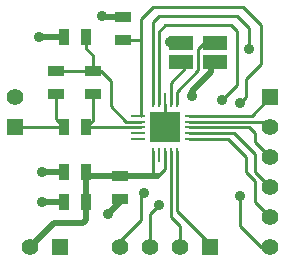
<source format=gtl>
G04 (created by PCBNEW (2013-07-07 BZR 4022)-stable) date 7/21/2013 3:18:37 PM*
%MOIN*%
G04 Gerber Fmt 3.4, Leading zero omitted, Abs format*
%FSLAX34Y34*%
G01*
G70*
G90*
G04 APERTURE LIST*
%ADD10C,0.00590551*%
%ADD11R,0.0787402X0.0472441*%
%ADD12R,0.102362X0.102362*%
%ADD13R,0.00984252X0.0511811*%
%ADD14R,0.0511811X0.00984252*%
%ADD15R,0.035X0.055*%
%ADD16R,0.055X0.035*%
%ADD17R,0.055X0.055*%
%ADD18C,0.055*%
%ADD19C,0.035*%
%ADD20C,0.01*%
%ADD21C,0.02*%
G04 APERTURE END LIST*
G54D10*
G54D11*
X94548Y-60314D03*
X95651Y-60314D03*
X94548Y-59685D03*
X95651Y-59685D03*
G54D12*
X94000Y-62500D03*
G54D13*
X94000Y-61594D03*
X93803Y-61594D03*
X93606Y-61594D03*
X94196Y-61594D03*
X94393Y-61594D03*
X94000Y-63405D03*
X93803Y-63405D03*
X93606Y-63405D03*
X94196Y-63405D03*
X94393Y-63405D03*
G54D14*
X94905Y-62106D03*
X94905Y-62303D03*
X94905Y-62500D03*
X94905Y-62696D03*
X94905Y-62893D03*
X93094Y-62893D03*
X93094Y-62696D03*
X93094Y-62500D03*
X93094Y-62303D03*
X93094Y-62106D03*
G54D15*
X90625Y-59500D03*
X91375Y-59500D03*
X90625Y-62500D03*
X91375Y-62500D03*
G54D16*
X92500Y-64125D03*
X92500Y-64875D03*
G54D15*
X91375Y-65000D03*
X90625Y-65000D03*
X91375Y-64000D03*
X90625Y-64000D03*
G54D16*
X90350Y-60625D03*
X90350Y-61375D03*
X91600Y-60625D03*
X91600Y-61375D03*
X92600Y-58825D03*
X92600Y-59575D03*
G54D17*
X97500Y-61500D03*
G54D18*
X97500Y-62500D03*
X97500Y-63500D03*
X97500Y-64500D03*
X97500Y-65500D03*
X97500Y-66500D03*
G54D17*
X95500Y-66500D03*
G54D18*
X94500Y-66500D03*
X93500Y-66500D03*
X92500Y-66500D03*
G54D17*
X90500Y-66500D03*
G54D18*
X89500Y-66500D03*
G54D17*
X89000Y-62500D03*
G54D18*
X89000Y-61500D03*
G54D19*
X93800Y-65100D03*
X95900Y-61600D03*
X96800Y-59900D03*
X93300Y-64700D03*
X96500Y-64800D03*
X96500Y-61700D03*
X94150Y-59650D03*
X94900Y-61450D03*
X89800Y-59500D03*
X91900Y-58800D03*
X94000Y-62500D03*
X92100Y-65400D03*
X89900Y-65000D03*
X89900Y-64000D03*
G54D20*
X93803Y-61712D02*
X93803Y-59303D01*
X93500Y-65400D02*
X93500Y-66500D01*
X93800Y-65100D02*
X93500Y-65400D01*
X96400Y-61100D02*
X95900Y-61600D01*
X96400Y-59300D02*
X96400Y-61100D01*
X96200Y-59100D02*
X96400Y-59300D01*
X94006Y-59100D02*
X96200Y-59100D01*
X93803Y-59303D02*
X94006Y-59100D01*
X92500Y-66500D02*
X92500Y-66300D01*
X93606Y-58993D02*
X93606Y-61712D01*
X93800Y-58800D02*
X93606Y-58993D01*
X96400Y-58800D02*
X93800Y-58800D01*
X96800Y-59200D02*
X96400Y-58800D01*
X96800Y-59900D02*
X96800Y-59200D01*
X93200Y-64800D02*
X93300Y-64700D01*
X93200Y-65600D02*
X93200Y-64800D01*
X92500Y-66300D02*
X93200Y-65600D01*
X93200Y-59600D02*
X93200Y-58900D01*
X97200Y-66500D02*
X97500Y-66500D01*
X96500Y-65800D02*
X97200Y-66500D01*
X96500Y-64800D02*
X96500Y-65800D01*
X96700Y-61500D02*
X96500Y-61700D01*
X96700Y-60900D02*
X96700Y-61500D01*
X97200Y-60400D02*
X96700Y-60900D01*
X97200Y-59100D02*
X97200Y-60400D01*
X96600Y-58500D02*
X97200Y-59100D01*
X93600Y-58500D02*
X96600Y-58500D01*
X93200Y-58900D02*
X93600Y-58500D01*
X93212Y-59600D02*
X93200Y-59600D01*
X93200Y-59600D02*
X92625Y-59600D01*
X92625Y-59600D02*
X92600Y-59575D01*
X93212Y-62106D02*
X93212Y-59600D01*
G54D21*
X94666Y-59685D02*
X94185Y-59685D01*
X94185Y-59685D02*
X94150Y-59650D01*
X95533Y-60314D02*
X95533Y-60666D01*
X94900Y-61300D02*
X94900Y-61450D01*
X95533Y-60666D02*
X94900Y-61300D01*
X90625Y-59500D02*
X89800Y-59500D01*
X92600Y-58825D02*
X91925Y-58825D01*
X91925Y-58825D02*
X91900Y-58800D01*
G54D20*
X94000Y-61712D02*
X94000Y-62500D01*
G54D21*
X92500Y-64875D02*
X92500Y-65000D01*
X92500Y-65000D02*
X92100Y-65400D01*
X90625Y-65000D02*
X89900Y-65000D01*
X90625Y-64000D02*
X89900Y-64000D01*
G54D20*
X97500Y-65500D02*
X97000Y-65000D01*
X96093Y-62893D02*
X94787Y-62893D01*
X96700Y-63500D02*
X96093Y-62893D01*
X96700Y-64000D02*
X96700Y-63500D01*
X97000Y-64300D02*
X96700Y-64000D01*
X97000Y-65000D02*
X97000Y-64300D01*
G54D21*
X91375Y-65000D02*
X91375Y-65575D01*
X90300Y-65700D02*
X89500Y-66500D01*
X91250Y-65700D02*
X90300Y-65700D01*
X91375Y-65575D02*
X91250Y-65700D01*
X91375Y-64000D02*
X91375Y-65000D01*
X92500Y-64125D02*
X91500Y-64125D01*
X91500Y-64125D02*
X91375Y-64000D01*
G54D20*
X93606Y-63287D02*
X93606Y-64125D01*
G54D21*
X92500Y-64125D02*
X93606Y-64125D01*
X93606Y-64125D02*
X93775Y-64125D01*
G54D20*
X94000Y-63900D02*
X94000Y-63287D01*
X93775Y-64125D02*
X94000Y-63900D01*
X91600Y-60625D02*
X91875Y-60625D01*
X92703Y-62303D02*
X93212Y-62303D01*
X92200Y-61800D02*
X92703Y-62303D01*
X92200Y-60950D02*
X92200Y-61800D01*
X91875Y-60625D02*
X92200Y-60950D01*
X90350Y-60625D02*
X91600Y-60625D01*
X91375Y-59500D02*
X91375Y-59875D01*
X91600Y-60100D02*
X91600Y-60625D01*
X91375Y-59875D02*
X91600Y-60100D01*
X90625Y-62500D02*
X89000Y-62500D01*
X90350Y-61375D02*
X90350Y-62225D01*
X90350Y-62225D02*
X90625Y-62500D01*
X97500Y-64500D02*
X97000Y-64000D01*
X96296Y-62696D02*
X94787Y-62696D01*
X97000Y-63400D02*
X96296Y-62696D01*
X97000Y-64000D02*
X97000Y-63400D01*
X91375Y-62500D02*
X93212Y-62500D01*
X91600Y-61375D02*
X91600Y-62275D01*
X91600Y-62275D02*
X91375Y-62500D01*
X97500Y-63500D02*
X97000Y-63000D01*
X96800Y-62500D02*
X94787Y-62500D01*
X97000Y-62700D02*
X96800Y-62500D01*
X97000Y-63000D02*
X97000Y-62700D01*
X94787Y-62303D02*
X97303Y-62303D01*
X97303Y-62303D02*
X97500Y-62500D01*
X94787Y-62106D02*
X96893Y-62106D01*
X96893Y-62106D02*
X97500Y-61500D01*
X94196Y-63287D02*
X94196Y-65496D01*
X94500Y-65800D02*
X94500Y-66500D01*
X94196Y-65496D02*
X94500Y-65800D01*
X94393Y-63287D02*
X94393Y-65293D01*
X95500Y-66400D02*
X95500Y-66500D01*
X94393Y-65293D02*
X95500Y-66400D01*
X94393Y-61712D02*
X94393Y-61306D01*
X95314Y-59685D02*
X95533Y-59685D01*
X95100Y-59900D02*
X95314Y-59685D01*
X95100Y-60600D02*
X95100Y-59900D01*
X94393Y-61306D02*
X95100Y-60600D01*
X94666Y-60314D02*
X94666Y-60533D01*
X94196Y-61003D02*
X94196Y-61712D01*
X94666Y-60533D02*
X94196Y-61003D01*
M02*

</source>
